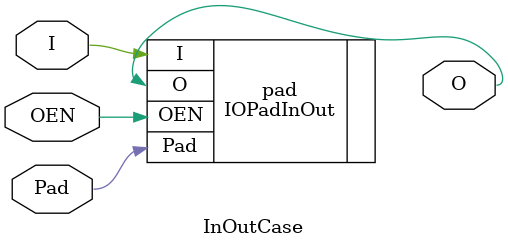
<source format=v>
module InOutCase (
  input  I,
  input  OEN,
  output O,
  inout Pad
);
  IOPadInOut pad (
    .I   ( I   ),
    .OEN ( OEN ),
    .O   ( O   ),
    .Pad ( Pad )
  );
endmodule

</source>
